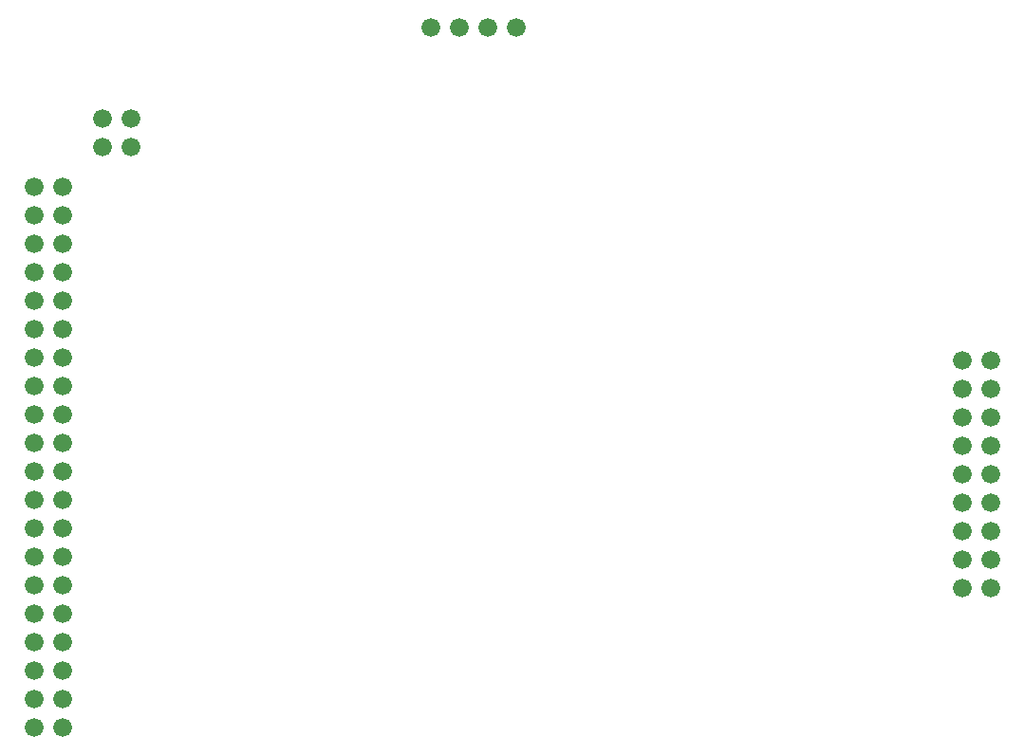
<source format=gtl>
G04 Layer_Physical_Order=1*
G04 Layer_Color=255*
%FSLAX44Y44*%
%MOMM*%
G71*
G01*
G75*
%ADD10C,1.6764*%
D10*
X432700Y709000D02*
D03*
X407300D02*
D03*
X381900D02*
D03*
X458100D02*
D03*
X88700Y627700D02*
D03*
Y602300D02*
D03*
X114100Y627700D02*
D03*
Y602300D02*
D03*
X855300Y208400D02*
D03*
X880700D02*
D03*
X855300Y233800D02*
D03*
X880700D02*
D03*
X855300Y259200D02*
D03*
X880700D02*
D03*
X855300Y284600D02*
D03*
X880700D02*
D03*
X855300Y310000D02*
D03*
X880700D02*
D03*
X855300Y335400D02*
D03*
X880700D02*
D03*
X855300Y360800D02*
D03*
X880700D02*
D03*
X855300Y386200D02*
D03*
X880700D02*
D03*
X855300Y411600D02*
D03*
X880700D02*
D03*
X27300Y566300D02*
D03*
X52700D02*
D03*
X27300Y540900D02*
D03*
X52700D02*
D03*
X27300Y515500D02*
D03*
X52700D02*
D03*
X27300Y490100D02*
D03*
X52700D02*
D03*
X27300Y464700D02*
D03*
X52700D02*
D03*
X27300Y439300D02*
D03*
X52700D02*
D03*
X27300Y413900D02*
D03*
X52700D02*
D03*
X27300Y388500D02*
D03*
X52700D02*
D03*
X27300Y363100D02*
D03*
X52700D02*
D03*
X27300Y337700D02*
D03*
X52700D02*
D03*
X27300Y312300D02*
D03*
X52700D02*
D03*
X27300Y286900D02*
D03*
X52700D02*
D03*
X27300Y261500D02*
D03*
X52700D02*
D03*
X27300Y236100D02*
D03*
X52700D02*
D03*
X27300Y210700D02*
D03*
X52700D02*
D03*
X27300Y185300D02*
D03*
X52700D02*
D03*
X27300Y159900D02*
D03*
X52700D02*
D03*
X27300Y134500D02*
D03*
X52700D02*
D03*
X27300Y109100D02*
D03*
X52700D02*
D03*
X27300Y83700D02*
D03*
X52700D02*
D03*
M02*

</source>
